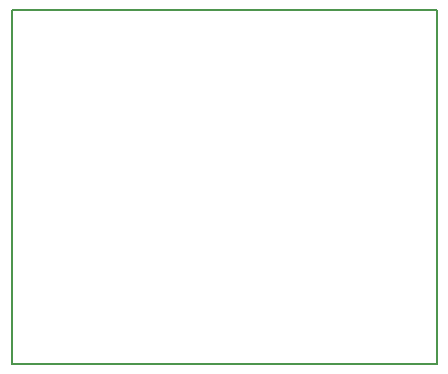
<source format=gbr>
G04 #@! TF.FileFunction,Profile,NP*
%FSLAX46Y46*%
G04 Gerber Fmt 4.6, Leading zero omitted, Abs format (unit mm)*
G04 Created by KiCad (PCBNEW (2015-09-17 BZR 6202)-product) date Saturday, October 24, 2015 'PMt' 10:04:51 PM*
%MOMM*%
G01*
G04 APERTURE LIST*
%ADD10C,0.100000*%
%ADD11C,0.150000*%
G04 APERTURE END LIST*
D10*
D11*
X136000000Y-100000000D02*
X100000000Y-100000000D01*
X136000000Y-130000000D02*
X136000000Y-100000000D01*
X100000000Y-130000000D02*
X136000000Y-130000000D01*
X100000000Y-100000000D02*
X100000000Y-130000000D01*
M02*

</source>
